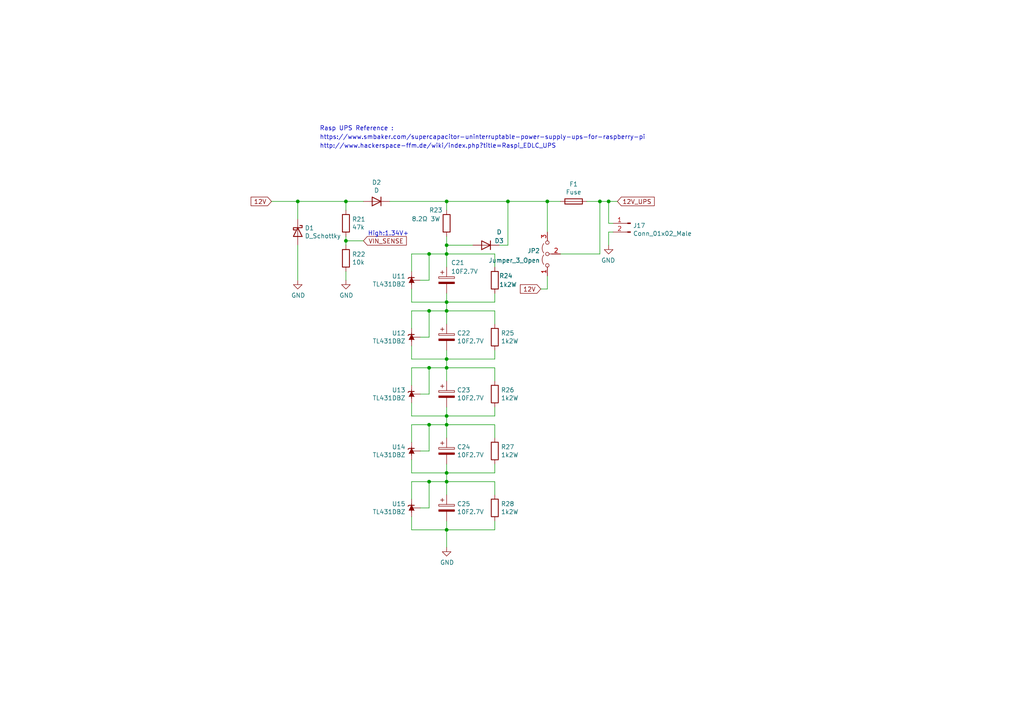
<source format=kicad_sch>
(kicad_sch (version 20211123) (generator eeschema)
  (paper "A4")
  (lib_symbols
    (symbol "Connector:Conn_01x02_Male" (pin_names (offset 1.016) hide)
      (property "Reference" "J" (at 0 2.54 0))
      (property "Value" "Conn_01x02_Male" (at 0 -5.08 0))
      (symbol "Conn_01x02_Male_1_1"
        (polyline (pts (xy 1.27 -2.54) (xy 0.8636 -2.54)) (stroke (width 0.1524)))
        (polyline (pts (xy 1.27 0) (xy 0.8636 0)) (stroke (width 0.1524)))
        (rectangle (start 0.8636 -2.413) (end 0 -2.667) (stroke (width 0.1524)) (fill (type outline)))
        (rectangle (start 0.8636 0.127) (end 0 -0.127) (stroke (width 0.1524)) (fill (type outline)))
        (pin passive line (at 5.08 0 180) (length 3.81) (name "Pin_1") (number "1"))
        (pin passive line (at 5.08 -2.54 180) (length 3.81) (name "Pin_2") (number "2"))
      )
    )
    (symbol "Device:CP" (pin_numbers hide) (pin_names (offset 0.254))
      (property "Reference" "C" (at 0.635 2.54 0))
      (property "Value" "Device_CP" (at 0.635 -2.54 0))
      (symbol "CP_0_1"
        (rectangle (start -2.286 0.508) (end 2.286 1.016))
        (polyline (pts (xy -1.778 2.286) (xy -0.762 2.286)))
        (polyline (pts (xy -1.27 2.794) (xy -1.27 1.778)))
        (rectangle (start 2.286 -0.508) (end -2.286 -1.016) (fill (type outline)))
      )
      (symbol "CP_1_1"
        (pin passive line (at 0 3.81 270) (length 2.794) (name "~") (number "1"))
        (pin passive line (at 0 -3.81 90) (length 2.794) (name "~") (number "2"))
      )
    )
    (symbol "Device:D" (pin_numbers hide) (pin_names (offset 1.016) hide)
      (property "Reference" "D" (at 0 2.54 0))
      (property "Value" "D" (at 0 -2.54 0))
      (symbol "D_0_1"
        (polyline (pts (xy -1.27 1.27) (xy -1.27 -1.27)) (stroke (width 0.254)))
        (polyline (pts (xy 1.27 0) (xy -1.27 0)))
        (polyline (pts (xy 1.27 1.27) (xy 1.27 -1.27) (xy -1.27 0) (xy 1.27 1.27)) (stroke (width 0.254)))
      )
      (symbol "D_1_1"
        (pin passive line (at -3.81 0 0) (length 2.54) (name "K") (number "1"))
        (pin passive line (at 3.81 0 180) (length 2.54) (name "A") (number "2"))
      )
    )
    (symbol "Device:D_Schottky" (pin_numbers hide) (pin_names (offset 1.016) hide)
      (property "Reference" "D" (at 0 2.54 0))
      (property "Value" "D_Schottky" (at 0 -2.54 0))
      (symbol "D_Schottky_0_1"
        (polyline (pts (xy 1.27 0) (xy -1.27 0)))
        (polyline (pts (xy 1.27 1.27) (xy 1.27 -1.27) (xy -1.27 0) (xy 1.27 1.27)) (stroke (width 0.254)))
        (polyline (pts (xy -1.905 0.635) (xy -1.905 1.27) (xy -1.27 1.27) (xy -1.27 -1.27) (xy -0.635 -1.27) (xy -0.635 -0.635)) (stroke (width 0.254)))
      )
      (symbol "D_Schottky_1_1"
        (pin passive line (at -3.81 0 0) (length 2.54) (name "K") (number "1"))
        (pin passive line (at 3.81 0 180) (length 2.54) (name "A") (number "2"))
      )
    )
    (symbol "Device:Fuse" (pin_numbers hide) (pin_names (offset 0))
      (property "Reference" "F" (at 2.032 0 90))
      (property "Value" "Fuse" (at -1.905 0 90))
      (symbol "Fuse_0_1"
        (rectangle (start -0.762 -2.54) (end 0.762 2.54) (stroke (width 0.254)))
        (polyline (pts (xy 0 2.54) (xy 0 -2.54)))
      )
      (symbol "Fuse_1_1"
        (pin passive line (at 0 3.81 270) (length 1.27) (name "~") (number "1"))
        (pin passive line (at 0 -3.81 90) (length 1.27) (name "~") (number "2"))
      )
    )
    (symbol "Device:R" (pin_numbers hide) (pin_names (offset 0))
      (property "Reference" "R" (at 2.032 0 90))
      (property "Value" "R" (at 0 0 90))
      (symbol "R_0_1"
        (rectangle (start -1.016 -2.54) (end 1.016 2.54) (stroke (width 0.254)))
      )
      (symbol "R_1_1"
        (pin passive line (at 0 3.81 270) (length 1.27) (name "~") (number "1"))
        (pin passive line (at 0 -3.81 90) (length 1.27) (name "~") (number "2"))
      )
    )
    (symbol "Jumper:Jumper_3_Open" (pin_names (offset 0) hide)
      (property "Reference" "JP" (at -2.54 -2.54 0))
      (property "Value" "Jumper_3_Open" (at 0 2.794 0))
      (symbol "Jumper_3_Open_0_0"
        (circle (center -3.302 0) (radius 0.508))
        (circle (center 0 0) (radius 0.508))
        (circle (center 3.302 0) (radius 0.508))
      )
      (symbol "Jumper_3_Open_0_1"
        (arc (start -0.254 1.016) (mid -1.651 1.4992) (end -3.048 1.016))
        (polyline (pts (xy 0 -0.508) (xy 0 -1.27)))
        (arc (start 3.048 1.016) (mid 1.651 1.4992) (end 0.254 1.016))
      )
      (symbol "Jumper_3_Open_1_1"
        (pin passive line (at -6.35 0 0) (length 2.54) (name "A") (number "1"))
        (pin input line (at 0 -3.81 90) (length 2.54) (name "C") (number "2"))
        (pin passive line (at 6.35 0 180) (length 2.54) (name "B") (number "3"))
      )
    )
    (symbol "Reference_Voltage:TL431DBZ" (pin_numbers hide) (pin_names hide)
      (property "Reference" "U" (at -2.54 2.54 0))
      (property "Value" "TL431DBZ" (at 0 -2.54 0))
      (symbol "TL431DBZ_0_1"
        (polyline (pts (xy -1.27 0) (xy 0 0) (xy 1.27 0)))
        (polyline (pts (xy -0.762 0.762) (xy 0.762 0) (xy -0.762 -0.762)) (fill (type outline)))
        (polyline (pts (xy 0.508 -1.016) (xy 0.762 -0.762) (xy 0.762 0.762) (xy 0.762 0.762)) (stroke (width 0.254)))
      )
      (symbol "TL431DBZ_1_1"
        (pin passive line (at 2.54 0 180) (length 2.54) (name "K") (number "1"))
        (pin passive line (at 0 2.54 270) (length 2.54) (name "REF") (number "2"))
        (pin passive line (at -2.54 0 0) (length 2.54) (name "A") (number "3"))
      )
    )
    (symbol "power:GND" (power) (pin_names (offset 0))
      (property "Value" "GND" (at 0 -3.81 0))
      (symbol "GND_0_1"
        (polyline (pts (xy 0 0) (xy 0 -1.27) (xy 1.27 -1.27) (xy 0 -2.54) (xy -1.27 -1.27) (xy 0 -1.27)))
      )
      (symbol "GND_1_1"
        (pin power_in line (at 0 0 270) (length 0) hide (name "GND") (number "1"))
      )
    )
  )
  (junction (at 129.54 87.63))
  (junction (at 129.54 120.65))
  (junction (at 124.46 73.66))
  (junction (at 129.54 73.66))
  (junction (at 124.46 139.7))
  (junction (at 129.54 90.17))
  (junction (at 173.99 58.42))
  (junction (at 176.53 58.42))
  (junction (at 86.36 58.42))
  (junction (at 158.75 58.42))
  (junction (at 100.33 69.85))
  (junction (at 124.46 90.17))
  (junction (at 147.32 58.42))
  (junction (at 124.46 106.68))
  (junction (at 129.54 137.16))
  (junction (at 129.54 104.14))
  (junction (at 100.33 58.42))
  (junction (at 129.54 106.68))
  (junction (at 124.46 123.19))
  (junction (at 129.54 139.7))
  (junction (at 129.54 71.12))
  (junction (at 129.54 123.19))
  (junction (at 129.54 58.42))
  (junction (at 129.54 153.67))
  (wire (pts (xy 129.54 106.68) (xy 143.51 106.68)))
  (wire (pts (xy 129.54 104.14) (xy 143.51 104.14)))
  (wire (pts (xy 121.92 114.3) (xy 124.46 114.3)))
  (wire (pts (xy 158.75 80.01) (xy 158.75 83.82)))
  (wire (pts (xy 119.38 90.17) (xy 124.46 90.17)))
  (wire (pts (xy 129.54 139.7) (xy 143.51 139.7)))
  (wire (pts (xy 129.54 71.12) (xy 137.16 71.12)))
  (wire (pts (xy 86.36 58.42) (xy 78.74 58.42)))
  (wire (pts (xy 124.46 123.19) (xy 129.54 123.19)))
  (wire (pts (xy 143.51 106.68) (xy 143.51 110.49)))
  (wire (pts (xy 129.54 127) (xy 129.54 123.19)))
  (wire (pts (xy 162.56 73.66) (xy 173.99 73.66)))
  (wire (pts (xy 121.92 81.28) (xy 124.46 81.28)))
  (wire (pts (xy 176.53 58.42) (xy 179.07 58.42)))
  (wire (pts (xy 119.38 95.25) (xy 119.38 90.17)))
  (wire (pts (xy 129.54 110.49) (xy 129.54 106.68)))
  (wire (pts (xy 129.54 90.17) (xy 143.51 90.17)))
  (wire (pts (xy 129.54 77.47) (xy 129.54 73.66)))
  (wire (pts (xy 143.51 123.19) (xy 143.51 127)))
  (wire (pts (xy 119.38 106.68) (xy 124.46 106.68)))
  (wire (pts (xy 129.54 123.19) (xy 143.51 123.19)))
  (wire (pts (xy 105.41 58.42) (xy 100.33 58.42)))
  (wire (pts (xy 129.54 85.09) (xy 129.54 87.63)))
  (wire (pts (xy 119.38 83.82) (xy 119.38 87.63)))
  (wire (pts (xy 86.36 63.5) (xy 86.36 58.42)))
  (wire (pts (xy 129.54 68.58) (xy 129.54 71.12)))
  (wire (pts (xy 124.46 106.68) (xy 129.54 106.68)))
  (wire (pts (xy 176.53 67.31) (xy 176.53 71.12)))
  (wire (pts (xy 129.54 93.98) (xy 129.54 90.17)))
  (wire (pts (xy 173.99 58.42) (xy 176.53 58.42)))
  (wire (pts (xy 124.46 73.66) (xy 129.54 73.66)))
  (wire (pts (xy 176.53 64.77) (xy 176.53 58.42)))
  (wire (pts (xy 119.38 137.16) (xy 129.54 137.16)))
  (wire (pts (xy 147.32 58.42) (xy 158.75 58.42)))
  (wire (pts (xy 119.38 153.67) (xy 129.54 153.67)))
  (wire (pts (xy 129.54 71.12) (xy 129.54 73.66)))
  (wire (pts (xy 100.33 78.74) (xy 100.33 81.28)))
  (wire (pts (xy 129.54 87.63) (xy 143.51 87.63)))
  (wire (pts (xy 124.46 130.81) (xy 124.46 123.19)))
  (wire (pts (xy 177.8 64.77) (xy 176.53 64.77)))
  (wire (pts (xy 129.54 137.16) (xy 129.54 139.7)))
  (wire (pts (xy 143.51 104.14) (xy 143.51 101.6)))
  (wire (pts (xy 170.18 58.42) (xy 173.99 58.42)))
  (wire (pts (xy 119.38 104.14) (xy 129.54 104.14)))
  (wire (pts (xy 177.8 67.31) (xy 176.53 67.31)))
  (wire (pts (xy 121.92 130.81) (xy 124.46 130.81)))
  (wire (pts (xy 129.54 120.65) (xy 143.51 120.65)))
  (wire (pts (xy 121.92 147.32) (xy 124.46 147.32)))
  (wire (pts (xy 129.54 58.42) (xy 147.32 58.42)))
  (wire (pts (xy 124.46 147.32) (xy 124.46 139.7)))
  (wire (pts (xy 143.51 90.17) (xy 143.51 93.98)))
  (wire (pts (xy 129.54 118.11) (xy 129.54 120.65)))
  (wire (pts (xy 129.54 153.67) (xy 129.54 158.75)))
  (wire (pts (xy 119.38 78.74) (xy 119.38 73.66)))
  (wire (pts (xy 124.46 114.3) (xy 124.46 106.68)))
  (wire (pts (xy 119.38 123.19) (xy 124.46 123.19)))
  (wire (pts (xy 119.38 100.33) (xy 119.38 104.14)))
  (wire (pts (xy 129.54 73.66) (xy 143.51 73.66)))
  (wire (pts (xy 86.36 71.12) (xy 86.36 81.28)))
  (wire (pts (xy 143.51 153.67) (xy 143.51 151.13)))
  (wire (pts (xy 100.33 68.58) (xy 100.33 69.85)))
  (wire (pts (xy 119.38 139.7) (xy 124.46 139.7)))
  (wire (pts (xy 119.38 87.63) (xy 129.54 87.63)))
  (wire (pts (xy 124.46 97.79) (xy 124.46 90.17)))
  (wire (pts (xy 143.51 120.65) (xy 143.51 118.11)))
  (wire (pts (xy 129.54 143.51) (xy 129.54 139.7)))
  (wire (pts (xy 158.75 58.42) (xy 158.75 67.31)))
  (wire (pts (xy 173.99 58.42) (xy 173.99 73.66)))
  (wire (pts (xy 119.38 128.27) (xy 119.38 123.19)))
  (wire (pts (xy 129.54 87.63) (xy 129.54 90.17)))
  (wire (pts (xy 119.38 120.65) (xy 129.54 120.65)))
  (wire (pts (xy 143.51 139.7) (xy 143.51 143.51)))
  (wire (pts (xy 119.38 116.84) (xy 119.38 120.65)))
  (wire (pts (xy 124.46 81.28) (xy 124.46 73.66)))
  (wire (pts (xy 100.33 60.96) (xy 100.33 58.42)))
  (wire (pts (xy 129.54 104.14) (xy 129.54 106.68)))
  (wire (pts (xy 119.38 133.35) (xy 119.38 137.16)))
  (wire (pts (xy 129.54 120.65) (xy 129.54 123.19)))
  (wire (pts (xy 121.92 97.79) (xy 124.46 97.79)))
  (wire (pts (xy 143.51 87.63) (xy 143.51 85.09)))
  (wire (pts (xy 144.78 71.12) (xy 147.32 71.12)))
  (wire (pts (xy 147.32 71.12) (xy 147.32 58.42)))
  (wire (pts (xy 129.54 60.96) (xy 129.54 58.42)))
  (wire (pts (xy 156.845 83.82) (xy 158.75 83.82)))
  (wire (pts (xy 105.41 69.85) (xy 100.33 69.85)))
  (wire (pts (xy 119.38 73.66) (xy 124.46 73.66)))
  (wire (pts (xy 129.54 153.67) (xy 143.51 153.67)))
  (wire (pts (xy 124.46 90.17) (xy 129.54 90.17)))
  (wire (pts (xy 86.36 58.42) (xy 100.33 58.42)))
  (wire (pts (xy 129.54 134.62) (xy 129.54 137.16)))
  (wire (pts (xy 129.54 151.13) (xy 129.54 153.67)))
  (wire (pts (xy 143.51 77.47) (xy 143.51 73.66)))
  (wire (pts (xy 119.38 111.76) (xy 119.38 106.68)))
  (wire (pts (xy 119.38 144.78) (xy 119.38 139.7)))
  (wire (pts (xy 124.46 139.7) (xy 129.54 139.7)))
  (wire (pts (xy 100.33 69.85) (xy 100.33 71.12)))
  (wire (pts (xy 143.51 137.16) (xy 143.51 134.62)))
  (wire (pts (xy 129.54 137.16) (xy 143.51 137.16)))
  (wire (pts (xy 119.38 149.86) (xy 119.38 153.67)))
  (wire (pts (xy 113.03 58.42) (xy 129.54 58.42)))
  (wire (pts (xy 129.54 101.6) (xy 129.54 104.14)))
  (wire (pts (xy 158.75 58.42) (xy 162.56 58.42)))
  (text "http://www.hackerspace-ffm.de/wiki/index.php?title=Raspi_EDLC_UPS" (at 92.71 43.18 0) (effects (font (size 1.27 1.27)) (justify left bottom)))
  (text "High:1.34V+" (at 106.68 68.58 0) (effects (font (size 1.27 1.27)) (justify left bottom)))
  (text "Rasp UPS Reference :" (at 92.71 38.1 0) (effects (font (size 1.27 1.27)) (justify left bottom)))
  (text "https://www.smbaker.com/supercapacitor-uninterruptable-power-supply-ups-for-raspberry-pi" (at 92.71 40.64 0) (effects (font (size 1.27 1.27)) (justify left bottom)))
  (global_label "VIN_SENSE" (shape input) (at 105.41 69.85 0) (property "Intersheet References" "${INTERSHEET_REFS}" (effects hide)))
  (global_label "12V" (shape input) (at 78.74 58.42 180) (property "Intersheet References" "${INTERSHEET_REFS}" (effects hide)))
  (global_label "12V_UPS" (shape input) (at 179.07 58.42 0) (property "Intersheet References" "${INTERSHEET_REFS}" (effects hide)))
  (global_label "12V" (shape input) (at 156.845 83.82 180) (property "Intersheet References" "${INTERSHEET_REFS}" (effects hide)))
  (symbol (lib_id "power:GND") (at 86.36 81.28 0) (unit 1)
    (property "Reference" "#PWR021" (effects hide))
    (property "Value" "GND" (at 86.487 85.6742 0))
  )
  (symbol (lib_id "Device:D_Schottky") (at 86.36 67.31 270) (unit 1)
    (property "Reference" "D1" (at 88.392 66.1416 90) (effects (justify left)))
    (property "Value" "D_Schottky" (at 88.392 68.453 90) (effects (justify left)))
    (property "Footprint" "Ninja-qPCR:MSS1P3L-M3&slash_89A" (effects hide))
  )
  (symbol (lib_id "Device:R") (at 100.33 74.93 0) (unit 1)
    (property "Reference" "R22" (at 102.108 73.7616 0) (effects (justify left)))
    (property "Value" "10k" (at 102.108 76.073 0) (effects (justify left)))
    (property "Footprint" "Resistor_SMD:R_0603_1608Metric" (effects hide))
  )
  (symbol (lib_id "power:GND") (at 100.33 81.28 0) (unit 1)
    (property "Reference" "#PWR022" (effects hide))
    (property "Value" "GND" (at 100.457 85.6742 0))
  )
  (symbol (lib_id "Device:R") (at 100.33 64.77 0) (unit 1)
    (property "Reference" "R21" (at 102.108 63.6016 0) (effects (justify left)))
    (property "Value" "47k" (at 102.108 65.913 0) (effects (justify left)))
    (property "Footprint" "Resistor_SMD:R_0603_1608Metric" (effects hide))
  )
  (symbol (lib_id "Device:D") (at 109.22 58.42 180) (unit 1)
    (property "Reference" "D2" (at 109.22 52.9082 0))
    (property "Value" "D" (at 109.22 55.2196 0))
    (property "Footprint" "Diodes_SMD:D_SMB" (effects hide))
  )
  (symbol (lib_id "power:GND") (at 176.53 71.12 0) (mirror y) (unit 1)
    (property "Reference" "#PWR024" (effects hide))
    (property "Value" "GND" (at 176.403 75.5142 0))
  )
  (symbol (lib_id "Connector:Conn_01x02_Male") (at 182.88 64.77 0) (mirror y) (unit 1)
    (property "Reference" "J17" (at 183.5912 65.4304 0) (effects (justify right)))
    (property "Value" "Conn_01x02_Male" (at 183.5912 67.7418 0) (effects (justify right)))
    (property "Footprint" "Connector_PinSocket_2.54mm:PinSocket_1x02_P2.54mm_Vertical" (effects hide))
  )
  (symbol (lib_id "Device:Fuse") (at 166.37 58.42 270) (unit 1)
    (property "Reference" "F1" (at 166.37 53.4162 90))
    (property "Value" "Fuse" (at 166.37 55.7276 90))
    (property "Footprint" "Resistors_SMD:R_2512" (effects hide))
  )
  (symbol (lib_id "Device:R") (at 129.54 64.77 180) (unit 1)
    (property "Reference" "R23" (at 124.46 60.96 0) (effects (justify right)))
    (property "Value" "8.2Ω 3W" (at 119.38 63.5 0) (effects (justify right)))
    (property "Footprint" "Resistors_ThroughHole:R_Axial_DIN0516_L15.5mm_D5.0mm_P20.32mm_Horizontal" (effects hide))
  )
  (symbol (lib_id "Device:R") (at 143.51 147.32 180) (unit 1)
    (property "Reference" "R28" (at 145.288 146.1516 0) (effects (justify right)))
    (property "Value" "1k2W" (at 145.288 148.463 0) (effects (justify right)))
    (property "Footprint" "Resistor_SMD:R_2512_6332Metric" (effects hide))
  )
  (symbol (lib_id "Device:D") (at 140.97 71.12 180) (unit 1)
    (property "Reference" "D3" (at 144.78 69.85 0))
    (property "Value" "D" (at 144.78 67.31 0))
    (property "Footprint" "Diodes_SMD:D_SMB" (effects hide))
  )
  (symbol (lib_id "power:GND") (at 129.54 158.75 0) (unit 1)
    (property "Reference" "#PWR023" (effects hide))
    (property "Value" "GND" (at 129.667 163.1442 0))
  )
  (symbol (lib_id "Device:CP") (at 129.54 147.32 0) (unit 1)
    (property "Reference" "C25" (at 132.5372 146.1516 0) (effects (justify left)))
    (property "Value" "10F2.7V" (at 132.5372 148.463 0) (effects (justify left)))
    (property "Footprint" "Ninja-qPCR:CP_Radial_D12.5mm_P5.00mm" (effects hide))
  )
  (symbol (lib_id "Device:R") (at 143.51 130.81 180) (unit 1)
    (property "Reference" "R27" (at 145.288 129.6416 0) (effects (justify right)))
    (property "Value" "1k2W" (at 145.288 131.953 0) (effects (justify right)))
    (property "Footprint" "Resistor_SMD:R_2512_6332Metric" (effects hide))
  )
  (symbol (lib_id "Device:CP") (at 129.54 130.81 0) (unit 1)
    (property "Reference" "C24" (at 132.5372 129.6416 0) (effects (justify left)))
    (property "Value" "10F2.7V" (at 132.5372 131.953 0) (effects (justify left)))
    (property "Footprint" "Ninja-qPCR:CP_Radial_D12.5mm_P5.00mm" (effects hide))
  )
  (symbol (lib_id "Device:R") (at 143.51 114.3 180) (unit 1)
    (property "Reference" "R26" (at 145.288 113.1316 0) (effects (justify right)))
    (property "Value" "1k2W" (at 145.288 115.443 0) (effects (justify right)))
    (property "Footprint" "Resistor_SMD:R_2512_6332Metric" (effects hide))
  )
  (symbol (lib_id "Device:CP") (at 129.54 114.3 0) (unit 1)
    (property "Reference" "C23" (at 132.5372 113.1316 0) (effects (justify left)))
    (property "Value" "10F2.7V" (at 132.5372 115.443 0) (effects (justify left)))
    (property "Footprint" "Ninja-qPCR:CP_Radial_D12.5mm_P5.00mm" (effects hide))
  )
  (symbol (lib_id "Device:R") (at 143.51 97.79 180) (unit 1)
    (property "Reference" "R25" (at 145.288 96.6216 0) (effects (justify right)))
    (property "Value" "1k2W" (at 145.288 98.933 0) (effects (justify right)))
    (property "Footprint" "Resistor_SMD:R_2512_6332Metric" (effects hide))
  )
  (symbol (lib_id "Device:CP") (at 129.54 97.79 0) (unit 1)
    (property "Reference" "C22" (at 132.5372 96.6216 0) (effects (justify left)))
    (property "Value" "10F2.7V" (at 132.5372 98.933 0) (effects (justify left)))
    (property "Footprint" "Ninja-qPCR:CP_Radial_D12.5mm_P5.00mm" (effects hide))
  )
  (symbol (lib_id "Device:R") (at 143.51 81.28 180) (unit 1)
    (property "Reference" "R24" (at 144.78 80.01 0) (effects (justify right)))
    (property "Value" "1k2W" (at 144.78 82.55 0) (effects (justify right)))
    (property "Footprint" "Resistor_SMD:R_2512_6332Metric" (effects hide))
  )
  (symbol (lib_id "Device:CP") (at 129.54 81.28 0) (unit 1)
    (property "Reference" "C21" (at 130.81 76.2 0) (effects (justify left)))
    (property "Value" "10F2.7V" (at 130.81 78.74 0) (effects (justify left)))
    (property "Footprint" "Ninja-qPCR:CP_Radial_D12.5mm_P5.00mm" (effects hide))
  )
  (symbol (lib_id "Reference_Voltage:TL431DBZ") (at 119.38 81.28 270) (mirror x) (unit 1)
    (property "Reference" "U11" (at 117.6274 80.1116 90) (effects (justify right)))
    (property "Value" "TL431DBZ" (at 117.6274 82.423 90) (effects (justify right)))
    (property "Footprint" "Package_TO_SOT_SMD:SOT-23" (effects hide))
    (property "Datasheet" "http://www.ti.com/lit/ds/symlink/tl431.pdf" (effects hide))
  )
  (symbol (lib_id "Reference_Voltage:TL431DBZ") (at 119.38 97.79 270) (mirror x) (unit 1)
    (property "Reference" "U12" (at 117.6274 96.6216 90) (effects (justify right)))
    (property "Value" "TL431DBZ" (at 117.6274 98.933 90) (effects (justify right)))
    (property "Footprint" "Package_TO_SOT_SMD:SOT-23" (effects hide))
    (property "Datasheet" "http://www.ti.com/lit/ds/symlink/tl431.pdf" (effects hide))
  )
  (symbol (lib_id "Reference_Voltage:TL431DBZ") (at 119.38 114.3 270) (mirror x) (unit 1)
    (property "Reference" "U13" (at 117.6274 113.1316 90) (effects (justify right)))
    (property "Value" "TL431DBZ" (at 117.6274 115.443 90) (effects (justify right)))
    (property "Footprint" "Package_TO_SOT_SMD:SOT-23" (effects hide))
    (property "Datasheet" "http://www.ti.com/lit/ds/symlink/tl431.pdf" (effects hide))
  )
  (symbol (lib_id "Reference_Voltage:TL431DBZ") (at 119.38 130.81 270) (mirror x) (unit 1)
    (property "Reference" "U14" (at 117.6274 129.6416 90) (effects (justify right)))
    (property "Value" "TL431DBZ" (at 117.6274 131.953 90) (effects (justify right)))
    (property "Footprint" "Package_TO_SOT_SMD:SOT-23" (effects hide))
    (property "Datasheet" "http://www.ti.com/lit/ds/symlink/tl431.pdf" (effects hide))
  )
  (symbol (lib_id "Reference_Voltage:TL431DBZ") (at 119.38 147.32 270) (mirror x) (unit 1)
    (property "Reference" "U15" (at 117.6274 146.1516 90) (effects (justify right)))
    (property "Value" "TL431DBZ" (at 117.6274 148.463 90) (effects (justify right)))
    (property "Footprint" "Package_TO_SOT_SMD:SOT-23" (effects hide))
    (property "Datasheet" "http://www.ti.com/lit/ds/symlink/tl431.pdf" (effects hide))
  )
  (symbol (lib_id "Jumper:Jumper_3_Open") (at 158.75 73.66 90) (unit 1)
    (property "Reference" "JP2" (at 156.6159 72.7515 90) (effects (justify left)))
    (property "Value" "Jumper_3_Open" (at 156.6159 75.5266 90) (effects (justify left)))
    (property "Footprint" "Jumper:SolderJumper-3_P2.0mm_Open_TrianglePad1.0x1.5mm" (effects hide))
  )
)
</source>
